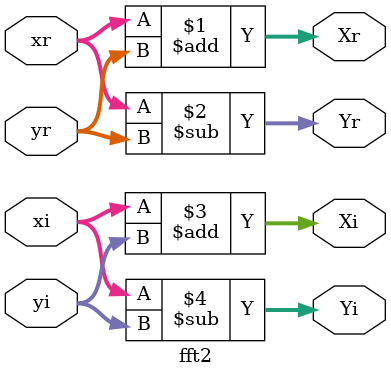
<source format=v>
module fft2(
	input [31:0]xr,
	input [31:0]xi,
	input [31:0]yr,
	input [31:0]yi,
	output [31:0]Xr,
	output [31:0]Xi,
	output [31:0]Yr,
	output [31:0]Yi);

assign Xr = xr + yr;
assign Yr = xr - yr;
assign Xi = xi + yi;
assign Yi = xi - yi;
endmodule

</source>
